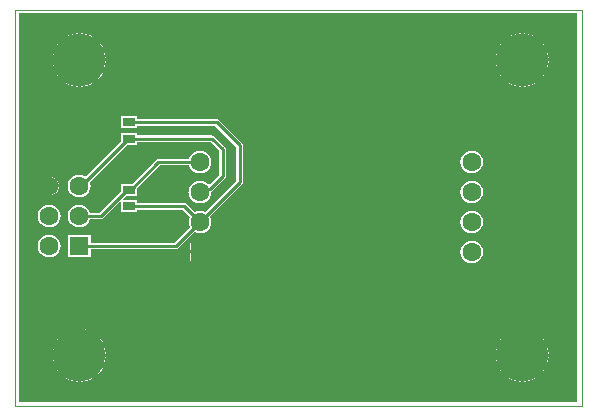
<source format=gtl>
G04*
G04 #@! TF.GenerationSoftware,Altium Limited,Altium Designer,19.1.9 (167)*
G04*
G04 Layer_Physical_Order=1*
G04 Layer_Color=255*
%FSLAX25Y25*%
%MOIN*%
G70*
G01*
G75*
%ADD10C,0.01000*%
%ADD12C,0.00394*%
%ADD13R,0.03937X0.02756*%
%ADD18C,0.06299*%
%ADD19R,0.06299X0.06299*%
%ADD20C,0.17717*%
%ADD21C,0.02362*%
G36*
X166000Y-114000D02*
X-20000D01*
Y15500D01*
X166000D01*
Y-114000D01*
D02*
G37*
%LPC*%
G36*
X148138Y8852D02*
Y500D01*
X156490D01*
X156368Y1736D01*
X155861Y3406D01*
X155039Y4945D01*
X153932Y6294D01*
X152583Y7401D01*
X151044Y8224D01*
X149374Y8730D01*
X148138Y8852D01*
D02*
G37*
G36*
X500D02*
Y500D01*
X8852D01*
X8730Y1736D01*
X8224Y3406D01*
X7401Y4945D01*
X6294Y6294D01*
X4945Y7401D01*
X3406Y8224D01*
X1736Y8730D01*
X500Y8852D01*
D02*
G37*
G36*
X147138Y8852D02*
X145901Y8730D01*
X144231Y8224D01*
X142693Y7401D01*
X141344Y6294D01*
X140237Y4945D01*
X139414Y3406D01*
X138908Y1736D01*
X138786Y500D01*
X147138D01*
Y8852D01*
D02*
G37*
G36*
X-500D02*
X-1736Y8730D01*
X-3406Y8224D01*
X-4945Y7401D01*
X-6294Y6294D01*
X-7401Y4945D01*
X-8224Y3406D01*
X-8730Y1736D01*
X-8852Y500D01*
X-500D01*
Y8852D01*
D02*
G37*
G36*
X156490Y-500D02*
X148138D01*
Y-8852D01*
X149374Y-8730D01*
X151044Y-8224D01*
X152583Y-7401D01*
X153932Y-6294D01*
X155039Y-4945D01*
X155861Y-3406D01*
X156368Y-1736D01*
X156490Y-500D01*
D02*
G37*
G36*
X8852D02*
X500D01*
Y-8852D01*
X1736Y-8730D01*
X3406Y-8224D01*
X4945Y-7401D01*
X6294Y-6294D01*
X7401Y-4945D01*
X8224Y-3406D01*
X8730Y-1736D01*
X8852Y-500D01*
D02*
G37*
G36*
X147138D02*
X138786D01*
X138908Y-1736D01*
X139414Y-3406D01*
X140237Y-4945D01*
X141344Y-6294D01*
X142693Y-7401D01*
X144231Y-8224D01*
X145901Y-8730D01*
X147138Y-8852D01*
Y-500D01*
D02*
G37*
G36*
X-500D02*
X-8852D01*
X-8730Y-1736D01*
X-8224Y-3406D01*
X-7401Y-4945D01*
X-6294Y-6294D01*
X-4945Y-7401D01*
X-3406Y-8224D01*
X-1736Y-8730D01*
X-500Y-8852D01*
Y-500D01*
D02*
G37*
G36*
X130776Y-30218D02*
X129797Y-30347D01*
X128885Y-30725D01*
X128101Y-31326D01*
X127500Y-32109D01*
X127122Y-33021D01*
X126994Y-34000D01*
X127122Y-34979D01*
X127500Y-35891D01*
X128101Y-36674D01*
X128885Y-37275D01*
X129797Y-37653D01*
X130776Y-37782D01*
X131754Y-37653D01*
X132667Y-37275D01*
X133450Y-36674D01*
X134051Y-35891D01*
X134429Y-34979D01*
X134557Y-34000D01*
X134429Y-33021D01*
X134051Y-32109D01*
X133450Y-31326D01*
X132667Y-30725D01*
X131754Y-30347D01*
X130776Y-30218D01*
D02*
G37*
G36*
X19069Y-18766D02*
X13931D01*
Y-22722D01*
X19069D01*
Y-21866D01*
X45279D01*
X52378Y-28965D01*
Y-40235D01*
X41948Y-50666D01*
X41179Y-50347D01*
X40200Y-50218D01*
X39221Y-50347D01*
X38452Y-50666D01*
X35749Y-47963D01*
X35385Y-47720D01*
X34956Y-47634D01*
X34956Y-47634D01*
X19069D01*
Y-46778D01*
X14615D01*
X14424Y-46316D01*
X15518Y-45222D01*
X19069D01*
Y-42852D01*
X26799Y-35122D01*
X36606D01*
X36925Y-35891D01*
X37526Y-36674D01*
X38309Y-37275D01*
X39221Y-37653D01*
X40200Y-37782D01*
X41179Y-37653D01*
X42091Y-37275D01*
X42874Y-36674D01*
X43475Y-35891D01*
X43853Y-34979D01*
X43982Y-34000D01*
X43853Y-33021D01*
X43475Y-32109D01*
X42874Y-31326D01*
X42091Y-30725D01*
X41179Y-30347D01*
X40200Y-30218D01*
X39221Y-30347D01*
X38309Y-30725D01*
X37526Y-31326D01*
X36925Y-32109D01*
X36606Y-32878D01*
X26335D01*
X26335Y-32878D01*
X25905Y-32964D01*
X25542Y-33207D01*
X25542Y-33207D01*
X17482Y-41266D01*
X13931D01*
Y-43636D01*
X6689Y-50878D01*
X3594D01*
X3275Y-50109D01*
X2674Y-49326D01*
X1891Y-48725D01*
X979Y-48347D01*
X0Y-48218D01*
X-979Y-48347D01*
X-1891Y-48725D01*
X-2674Y-49326D01*
X-3275Y-50109D01*
X-3653Y-51021D01*
X-3782Y-52000D01*
X-3653Y-52979D01*
X-3275Y-53891D01*
X-2674Y-54674D01*
X-1891Y-55275D01*
X-979Y-55653D01*
X0Y-55782D01*
X979Y-55653D01*
X1891Y-55275D01*
X2674Y-54674D01*
X3275Y-53891D01*
X3594Y-53122D01*
X7153D01*
X7153Y-53122D01*
X7583Y-53036D01*
X7947Y-52793D01*
X13470Y-47270D01*
X13931Y-47462D01*
Y-50734D01*
X19069D01*
Y-49878D01*
X34491D01*
X36866Y-52252D01*
X36547Y-53021D01*
X36418Y-54000D01*
X36547Y-54979D01*
X36866Y-55748D01*
X31735Y-60878D01*
X3750D01*
Y-58250D01*
X-3750D01*
Y-65750D01*
X3750D01*
Y-63122D01*
X32200D01*
X32200Y-63122D01*
X32629Y-63036D01*
X32993Y-62793D01*
X38452Y-57334D01*
X39221Y-57653D01*
X40200Y-57782D01*
X41179Y-57653D01*
X42091Y-57275D01*
X42874Y-56674D01*
X43475Y-55891D01*
X43853Y-54979D01*
X43982Y-54000D01*
X43853Y-53021D01*
X43534Y-52252D01*
X54293Y-41493D01*
X54536Y-41129D01*
X54622Y-40700D01*
X54622Y-40700D01*
Y-28500D01*
X54536Y-28071D01*
X54293Y-27707D01*
X54293Y-27707D01*
X46537Y-19951D01*
X46173Y-19708D01*
X45744Y-19623D01*
X45744Y-19623D01*
X19069D01*
Y-18766D01*
D02*
G37*
G36*
Y-24278D02*
X13931D01*
Y-27136D01*
X2147Y-38921D01*
X1891Y-38725D01*
X979Y-38347D01*
X0Y-38218D01*
X-979Y-38347D01*
X-1891Y-38725D01*
X-2674Y-39326D01*
X-3275Y-40109D01*
X-3653Y-41021D01*
X-3782Y-42000D01*
X-3653Y-42979D01*
X-3275Y-43891D01*
X-2674Y-44674D01*
X-1891Y-45275D01*
X-979Y-45653D01*
X0Y-45782D01*
X979Y-45653D01*
X1891Y-45275D01*
X2674Y-44674D01*
X3275Y-43891D01*
X3653Y-42979D01*
X3782Y-42000D01*
X3653Y-41021D01*
X3526Y-40714D01*
X16006Y-28234D01*
X19069D01*
Y-27340D01*
X43754D01*
X46660Y-30246D01*
Y-38254D01*
X43452Y-41462D01*
X42953Y-41429D01*
X42874Y-41326D01*
X42091Y-40725D01*
X41179Y-40347D01*
X40200Y-40218D01*
X39221Y-40347D01*
X38309Y-40725D01*
X37526Y-41326D01*
X36925Y-42109D01*
X36547Y-43021D01*
X36477Y-43551D01*
X36464Y-43571D01*
X36378Y-44000D01*
X36464Y-44429D01*
X36477Y-44449D01*
X36547Y-44979D01*
X36925Y-45891D01*
X37526Y-46674D01*
X38309Y-47275D01*
X39221Y-47653D01*
X40200Y-47782D01*
X41179Y-47653D01*
X42091Y-47275D01*
X42874Y-46674D01*
X43475Y-45891D01*
X43853Y-44979D01*
X43982Y-44001D01*
X44293Y-43793D01*
X48574Y-39512D01*
X48817Y-39148D01*
X48903Y-38719D01*
X48903Y-38719D01*
Y-29781D01*
X48903Y-29781D01*
X48817Y-29352D01*
X48574Y-28988D01*
X48574Y-28988D01*
X45012Y-25426D01*
X44648Y-25183D01*
X44219Y-25097D01*
X44219Y-25097D01*
X19069D01*
Y-24278D01*
D02*
G37*
G36*
X-9500Y-38889D02*
Y-41500D01*
X-6889D01*
X-6932Y-41178D01*
X-7249Y-40412D01*
X-7754Y-39754D01*
X-8412Y-39249D01*
X-9178Y-38932D01*
X-9500Y-38889D01*
D02*
G37*
G36*
X-10500D02*
X-10822Y-38932D01*
X-11588Y-39249D01*
X-12246Y-39754D01*
X-12751Y-40412D01*
X-13069Y-41178D01*
X-13111Y-41500D01*
X-10500D01*
Y-38889D01*
D02*
G37*
G36*
X-6889Y-42500D02*
X-9500D01*
Y-45111D01*
X-9178Y-45068D01*
X-8412Y-44751D01*
X-7754Y-44246D01*
X-7249Y-43588D01*
X-6932Y-42822D01*
X-6889Y-42500D01*
D02*
G37*
G36*
X-10500D02*
X-13111D01*
X-13069Y-42822D01*
X-12751Y-43588D01*
X-12246Y-44246D01*
X-11588Y-44751D01*
X-10822Y-45068D01*
X-10500Y-45111D01*
Y-42500D01*
D02*
G37*
G36*
X130776Y-40218D02*
X129797Y-40347D01*
X128885Y-40725D01*
X128101Y-41326D01*
X127500Y-42109D01*
X127122Y-43021D01*
X126994Y-44000D01*
X127122Y-44979D01*
X127500Y-45891D01*
X128101Y-46674D01*
X128885Y-47275D01*
X129797Y-47653D01*
X130776Y-47782D01*
X131754Y-47653D01*
X132667Y-47275D01*
X133450Y-46674D01*
X134051Y-45891D01*
X134429Y-44979D01*
X134557Y-44000D01*
X134429Y-43021D01*
X134051Y-42109D01*
X133450Y-41326D01*
X132667Y-40725D01*
X131754Y-40347D01*
X130776Y-40218D01*
D02*
G37*
G36*
X-10000Y-48218D02*
X-10979Y-48347D01*
X-11891Y-48725D01*
X-12674Y-49326D01*
X-13275Y-50109D01*
X-13653Y-51021D01*
X-13782Y-52000D01*
X-13653Y-52979D01*
X-13275Y-53891D01*
X-12674Y-54674D01*
X-11891Y-55275D01*
X-10979Y-55653D01*
X-10000Y-55782D01*
X-9021Y-55653D01*
X-8109Y-55275D01*
X-7326Y-54674D01*
X-6725Y-53891D01*
X-6347Y-52979D01*
X-6218Y-52000D01*
X-6347Y-51021D01*
X-6725Y-50109D01*
X-7326Y-49326D01*
X-8109Y-48725D01*
X-9021Y-48347D01*
X-10000Y-48218D01*
D02*
G37*
G36*
X130776Y-50218D02*
X129797Y-50347D01*
X128885Y-50725D01*
X128101Y-51326D01*
X127500Y-52109D01*
X127122Y-53021D01*
X126994Y-54000D01*
X127122Y-54979D01*
X127500Y-55891D01*
X128101Y-56674D01*
X128885Y-57275D01*
X129797Y-57653D01*
X130776Y-57782D01*
X131754Y-57653D01*
X132667Y-57275D01*
X133450Y-56674D01*
X134051Y-55891D01*
X134429Y-54979D01*
X134557Y-54000D01*
X134429Y-53021D01*
X134051Y-52109D01*
X133450Y-51326D01*
X132667Y-50725D01*
X131754Y-50347D01*
X130776Y-50218D01*
D02*
G37*
G36*
X43350Y-60850D02*
X40700D01*
Y-63500D01*
X43350D01*
Y-60850D01*
D02*
G37*
G36*
X39700D02*
X37050D01*
Y-63500D01*
X39700D01*
Y-60850D01*
D02*
G37*
G36*
X-10000Y-58218D02*
X-10979Y-58347D01*
X-11891Y-58725D01*
X-12674Y-59326D01*
X-13275Y-60109D01*
X-13653Y-61021D01*
X-13782Y-62000D01*
X-13653Y-62979D01*
X-13275Y-63891D01*
X-12674Y-64674D01*
X-11891Y-65275D01*
X-10979Y-65653D01*
X-10000Y-65782D01*
X-9021Y-65653D01*
X-8109Y-65275D01*
X-7326Y-64674D01*
X-6725Y-63891D01*
X-6347Y-62979D01*
X-6218Y-62000D01*
X-6347Y-61021D01*
X-6725Y-60109D01*
X-7326Y-59326D01*
X-8109Y-58725D01*
X-9021Y-58347D01*
X-10000Y-58218D01*
D02*
G37*
G36*
X43350Y-64500D02*
X40700D01*
Y-67150D01*
X43350D01*
Y-64500D01*
D02*
G37*
G36*
X39700D02*
X37050D01*
Y-67150D01*
X39700D01*
Y-64500D01*
D02*
G37*
G36*
X130776Y-60218D02*
X129797Y-60347D01*
X128885Y-60725D01*
X128101Y-61326D01*
X127500Y-62109D01*
X127122Y-63021D01*
X126994Y-64000D01*
X127122Y-64979D01*
X127500Y-65891D01*
X128101Y-66674D01*
X128885Y-67275D01*
X129797Y-67653D01*
X130776Y-67782D01*
X131754Y-67653D01*
X132667Y-67275D01*
X133450Y-66674D01*
X134051Y-65891D01*
X134429Y-64979D01*
X134557Y-64000D01*
X134429Y-63021D01*
X134051Y-62109D01*
X133450Y-61326D01*
X132667Y-60725D01*
X131754Y-60347D01*
X130776Y-60218D01*
D02*
G37*
G36*
X500Y-89573D02*
Y-97925D01*
X8852D01*
X8730Y-96689D01*
X8224Y-95019D01*
X7401Y-93480D01*
X6294Y-92131D01*
X4945Y-91024D01*
X3406Y-90202D01*
X1736Y-89695D01*
X500Y-89573D01*
D02*
G37*
G36*
X148138D02*
Y-97925D01*
X156490D01*
X156368Y-96689D01*
X155861Y-95019D01*
X155039Y-93480D01*
X153932Y-92131D01*
X152583Y-91024D01*
X151044Y-90202D01*
X149374Y-89695D01*
X148138Y-89573D01*
D02*
G37*
G36*
X-500Y-89573D02*
X-1736Y-89695D01*
X-3406Y-90202D01*
X-4945Y-91024D01*
X-6294Y-92131D01*
X-7401Y-93480D01*
X-8224Y-95019D01*
X-8730Y-96689D01*
X-8852Y-97925D01*
X-500D01*
Y-89573D01*
D02*
G37*
G36*
X147138D02*
X145901Y-89695D01*
X144231Y-90202D01*
X142693Y-91024D01*
X141344Y-92131D01*
X140237Y-93480D01*
X139414Y-95019D01*
X138908Y-96689D01*
X138786Y-97925D01*
X147138D01*
Y-89573D01*
D02*
G37*
G36*
X156490Y-98925D02*
X148138D01*
Y-107277D01*
X149374Y-107155D01*
X151044Y-106649D01*
X152583Y-105826D01*
X153932Y-104719D01*
X155039Y-103370D01*
X155861Y-101831D01*
X156368Y-100162D01*
X156490Y-98925D01*
D02*
G37*
G36*
X8852D02*
X500D01*
Y-107277D01*
X1736Y-107155D01*
X3406Y-106649D01*
X4945Y-105826D01*
X6294Y-104719D01*
X7401Y-103370D01*
X8224Y-101831D01*
X8730Y-100162D01*
X8852Y-98925D01*
D02*
G37*
G36*
X147138D02*
X138786D01*
X138908Y-100162D01*
X139414Y-101831D01*
X140237Y-103370D01*
X141344Y-104719D01*
X142693Y-105826D01*
X144231Y-106649D01*
X145901Y-107155D01*
X147138Y-107277D01*
Y-98925D01*
D02*
G37*
G36*
X-500D02*
X-8852D01*
X-8730Y-100162D01*
X-8224Y-101831D01*
X-7401Y-103370D01*
X-6294Y-104719D01*
X-4945Y-105826D01*
X-3406Y-106649D01*
X-1736Y-107155D01*
X-500Y-107277D01*
Y-98925D01*
D02*
G37*
%LPD*%
D10*
X16500Y-48756D02*
X34956D01*
X40200Y-54000D01*
X53500Y-40700D01*
Y-28500D01*
X45744Y-20744D02*
X53500Y-28500D01*
X16500Y-20744D02*
X45744D01*
X44219Y-26219D02*
X47781Y-29781D01*
X17025Y-26219D02*
X44219D01*
X47781Y-38719D02*
Y-29781D01*
X26335Y-34000D02*
X40200D01*
X17090Y-43244D02*
X26335Y-34000D01*
X16500Y-43244D02*
X17090D01*
X0Y-52000D02*
X7153D01*
X15910Y-43244D01*
X16500D01*
X32200Y-62000D02*
X40200Y-54000D01*
X0Y-62000D02*
X32200D01*
X0Y-42000D02*
X654D01*
X15910Y-26744D01*
X16500D01*
X41200Y-43000D02*
X43500D01*
X40200Y-44000D02*
X41200Y-43000D01*
X43500D02*
X47781Y-38719D01*
X16500Y-26744D02*
X17025Y-26219D01*
X37500Y-44000D02*
X38000D01*
D12*
X-21500Y-115500D02*
Y16500D01*
Y-115500D02*
X167500D01*
Y16500D01*
X-21500D02*
X167500D01*
D13*
X16500Y-26256D02*
D03*
Y-20744D02*
D03*
Y-48756D02*
D03*
Y-43244D02*
D03*
D18*
X130776Y-64000D02*
D03*
Y-54000D02*
D03*
Y-44000D02*
D03*
Y-34000D02*
D03*
X40200Y-54000D02*
D03*
Y-44000D02*
D03*
Y-34000D02*
D03*
X0Y-52000D02*
D03*
Y-42000D02*
D03*
X-10000Y-62000D02*
D03*
Y-52000D02*
D03*
Y-42000D02*
D03*
D19*
X40200Y-64000D02*
D03*
X0Y-62000D02*
D03*
D20*
X147638Y0D02*
D03*
Y-98425D02*
D03*
X0D02*
D03*
Y0D02*
D03*
D21*
X162000D02*
D03*
X-15500Y500D02*
D03*
X11500Y-58500D02*
D03*
X30500Y-55000D02*
D03*
X-7000Y-27500D02*
D03*
X20500Y-55000D02*
D03*
X48000D02*
D03*
X158000Y-110000D02*
D03*
Y-27500D02*
D03*
Y-55000D02*
D03*
Y-82500D02*
D03*
X130500Y-27500D02*
D03*
X-7000Y-110000D02*
D03*
Y-82500D02*
D03*
X20500D02*
D03*
Y-110000D02*
D03*
X48000D02*
D03*
Y-82500D02*
D03*
X130500Y-110000D02*
D03*
Y-82500D02*
D03*
X103000Y-110000D02*
D03*
X75500D02*
D03*
X103000Y-82500D02*
D03*
Y-55000D02*
D03*
Y-27500D02*
D03*
X75500Y-82500D02*
D03*
Y-55000D02*
D03*
Y-27500D02*
D03*
X130500Y0D02*
D03*
X103000D02*
D03*
X75500D02*
D03*
X48000D02*
D03*
X20500D02*
D03*
X39000Y-23500D02*
D03*
X44500Y-30000D02*
D03*
X45500Y-34000D02*
D03*
X49000Y-27500D02*
D03*
X45500Y-44500D02*
D03*
X50500Y-39000D02*
D03*
Y-33500D02*
D03*
X44500Y-23500D02*
D03*
X33500D02*
D03*
X27000D02*
D03*
X21000D02*
D03*
X12000Y-27000D02*
D03*
X7000Y-32000D02*
D03*
X2000Y-37000D02*
D03*
X5500Y-55000D02*
D03*
X11500Y-51000D02*
D03*
X21500Y-42500D02*
D03*
X26500Y-37500D02*
D03*
X33500Y-36500D02*
D03*
X2500Y-46500D02*
D03*
X-3000Y-47000D02*
D03*
X6500Y-49000D02*
D03*
X11500Y-44000D02*
D03*
X17500Y-39500D02*
D03*
X21500Y-35500D02*
D03*
X24000Y-31500D02*
D03*
X33500Y-30000D02*
D03*
X28500D02*
D03*
X21500Y-28500D02*
D03*
X15500Y-31000D02*
D03*
X10500Y-36000D02*
D03*
X5500Y-41000D02*
D03*
X40000Y-28500D02*
D03*
Y-39000D02*
D03*
X44500Y-38000D02*
D03*
M02*

</source>
